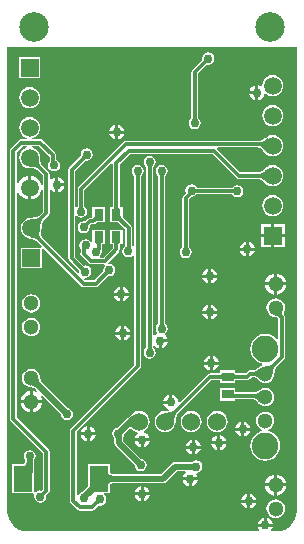
<source format=gtl>
G04*
G04 #@! TF.GenerationSoftware,Altium Limited,Altium Designer,20.2.6 (244)*
G04*
G04 Layer_Physical_Order=1*
G04 Layer_Color=255*
%FSLAX25Y25*%
%MOIN*%
G70*
G04*
G04 #@! TF.SameCoordinates,8F5FEA60-E90C-4FE4-B264-904F0C7A51F9*
G04*
G04*
G04 #@! TF.FilePolarity,Positive*
G04*
G01*
G75*
%ADD14R,0.03937X0.03150*%
%ADD15R,0.06300X0.08700*%
%ADD16R,0.03150X0.03937*%
%ADD17C,0.01200*%
%ADD18C,0.02000*%
%ADD19C,0.06000*%
%ADD20C,0.08858*%
%ADD21C,0.05118*%
%ADD22C,0.05906*%
%ADD23R,0.05906X0.05906*%
%ADD24C,0.03000*%
%ADD25C,0.09843*%
G36*
X627480Y301000D02*
X627481Y300997D01*
X627357Y299736D01*
X626988Y298520D01*
X626389Y297399D01*
X625583Y296417D01*
X624601Y295611D01*
X623480Y295012D01*
X622264Y294643D01*
X621003Y294519D01*
X621000Y294520D01*
X619285D01*
X619018Y295020D01*
X619355Y295525D01*
X619450Y296000D01*
X614550D01*
X614645Y295525D01*
X614982Y295020D01*
X614715Y294520D01*
X537500D01*
X537497Y294519D01*
X536236Y294643D01*
X535020Y295012D01*
X533899Y295611D01*
X532917Y296417D01*
X532111Y297399D01*
X531512Y298520D01*
X531143Y299736D01*
X531019Y300997D01*
X531020Y301000D01*
Y456000D01*
X627480D01*
Y301000D01*
D02*
G37*
%LPC*%
G36*
X598000Y454039D02*
X597220Y453884D01*
X596558Y453442D01*
X596116Y452780D01*
X595961Y452000D01*
X596036Y451622D01*
X592707Y448293D01*
X592464Y447929D01*
X592378Y447500D01*
X592378Y447500D01*
Y432156D01*
X592058Y431942D01*
X591616Y431280D01*
X591461Y430500D01*
X591616Y429720D01*
X592058Y429058D01*
X592720Y428616D01*
X593500Y428461D01*
X594280Y428616D01*
X594942Y429058D01*
X595384Y429720D01*
X595539Y430500D01*
X595384Y431280D01*
X594942Y431942D01*
X594622Y432156D01*
Y447035D01*
X597622Y450036D01*
X598000Y449961D01*
X598780Y450116D01*
X599442Y450558D01*
X599884Y451220D01*
X600039Y452000D01*
X599884Y452780D01*
X599442Y453442D01*
X598780Y453884D01*
X598000Y454039D01*
D02*
G37*
G36*
X541953Y452453D02*
X535047D01*
Y445547D01*
X541953D01*
Y452453D01*
D02*
G37*
G36*
X619500Y446483D02*
X618599Y446364D01*
X617759Y446016D01*
X617037Y445463D01*
X616484Y444741D01*
X616136Y443901D01*
X616017Y443000D01*
X616018Y442999D01*
X615551Y442709D01*
X615184Y442955D01*
X614708Y443049D01*
Y440600D01*
Y438151D01*
X615184Y438245D01*
X616011Y438798D01*
X616563Y439625D01*
X616680Y440211D01*
X616706Y440235D01*
X617226Y440393D01*
X617759Y439984D01*
X618599Y439636D01*
X619500Y439517D01*
X620401Y439636D01*
X621241Y439984D01*
X621962Y440538D01*
X622516Y441259D01*
X622864Y442099D01*
X622983Y443000D01*
X622864Y443901D01*
X622516Y444741D01*
X621962Y445463D01*
X621241Y446016D01*
X620401Y446364D01*
X619500Y446483D01*
D02*
G37*
G36*
X613708Y443049D02*
X613233Y442955D01*
X612406Y442402D01*
X611853Y441575D01*
X611759Y441100D01*
X613708D01*
Y443049D01*
D02*
G37*
G36*
Y440100D02*
X611759D01*
X611853Y439625D01*
X612406Y438798D01*
X613233Y438245D01*
X613708Y438151D01*
Y440100D01*
D02*
G37*
G36*
X538500Y442483D02*
X537599Y442364D01*
X536759Y442016D01*
X536037Y441463D01*
X535484Y440741D01*
X535136Y439901D01*
X535017Y439000D01*
X535136Y438099D01*
X535484Y437259D01*
X536037Y436538D01*
X536759Y435984D01*
X537599Y435636D01*
X538500Y435518D01*
X539401Y435636D01*
X540241Y435984D01*
X540963Y436538D01*
X541516Y437259D01*
X541864Y438099D01*
X541983Y439000D01*
X541864Y439901D01*
X541516Y440741D01*
X540963Y441463D01*
X540241Y442016D01*
X539401Y442364D01*
X538500Y442483D01*
D02*
G37*
G36*
X619500Y436482D02*
X618599Y436364D01*
X617759Y436016D01*
X617037Y435463D01*
X616484Y434741D01*
X616136Y433901D01*
X616017Y433000D01*
X616136Y432099D01*
X616484Y431259D01*
X617037Y430538D01*
X617759Y429984D01*
X618599Y429636D01*
X619500Y429518D01*
X620401Y429636D01*
X621241Y429984D01*
X621962Y430538D01*
X622516Y431259D01*
X622864Y432099D01*
X622983Y433000D01*
X622864Y433901D01*
X622516Y434741D01*
X621962Y435463D01*
X621241Y436016D01*
X620401Y436364D01*
X619500Y436482D01*
D02*
G37*
G36*
X568000Y429950D02*
Y428000D01*
X569949D01*
X569855Y428476D01*
X569302Y429302D01*
X568475Y429855D01*
X568000Y429950D01*
D02*
G37*
G36*
X567000D02*
X566525Y429855D01*
X565698Y429302D01*
X565145Y428476D01*
X565051Y428000D01*
X567000D01*
Y429950D01*
D02*
G37*
G36*
X538500Y432482D02*
X537599Y432364D01*
X536759Y432016D01*
X536037Y431462D01*
X535484Y430741D01*
X535136Y429901D01*
X535017Y429000D01*
X535136Y428099D01*
X535484Y427259D01*
X536037Y426538D01*
X536759Y425984D01*
X537599Y425636D01*
X537709Y425622D01*
X537677Y425122D01*
X535703D01*
X535703Y425122D01*
X535274Y425036D01*
X534910Y424793D01*
X534910Y424793D01*
X532207Y422090D01*
X531964Y421726D01*
X531878Y421297D01*
X531878Y421297D01*
Y332000D01*
X531878Y332000D01*
X531964Y331571D01*
X532207Y331207D01*
X542878Y320535D01*
Y308465D01*
X542378Y307964D01*
X542000Y308039D01*
X541220Y307884D01*
X540558Y307442D01*
X540550Y307430D01*
X540050Y307581D01*
Y316269D01*
X540079Y316340D01*
X540077Y316344D01*
X540079Y316348D01*
X540044Y318186D01*
X540384Y318694D01*
X540539Y319475D01*
X540384Y320255D01*
X539942Y320917D01*
X539280Y321359D01*
X538500Y321514D01*
X537720Y321359D01*
X537058Y320917D01*
X536616Y320255D01*
X536461Y319475D01*
X536616Y318694D01*
X536955Y318188D01*
X536949Y317987D01*
X536923Y317683D01*
X536880Y317428D01*
X536826Y317225D01*
X536765Y317075D01*
X536705Y316977D01*
X536655Y316922D01*
X536614Y316894D01*
X536568Y316878D01*
X536441Y316864D01*
X536415Y316850D01*
X532750D01*
Y307150D01*
X539762D01*
X539882Y307025D01*
X540094Y306668D01*
X539961Y306000D01*
X540116Y305220D01*
X540558Y304558D01*
X541220Y304116D01*
X542000Y303961D01*
X542780Y304116D01*
X543442Y304558D01*
X543884Y305220D01*
X544039Y306000D01*
X543964Y306378D01*
X544793Y307207D01*
X544793Y307207D01*
X545036Y307571D01*
X545122Y308000D01*
X545122Y308000D01*
Y321000D01*
X545122Y321000D01*
X545036Y321429D01*
X544793Y321793D01*
X534122Y332465D01*
Y408144D01*
X534622Y408177D01*
X534649Y407968D01*
X535047Y407007D01*
X535681Y406181D01*
X536507Y405547D01*
X537468Y405149D01*
X538000Y405079D01*
Y409000D01*
Y412921D01*
X537468Y412851D01*
X536507Y412453D01*
X535681Y411819D01*
X535047Y410993D01*
X534649Y410032D01*
X534622Y409824D01*
X534122Y409856D01*
Y420832D01*
X536167Y422878D01*
X537677D01*
X537709Y422378D01*
X537599Y422364D01*
X536759Y422016D01*
X536037Y421462D01*
X535484Y420741D01*
X535136Y419901D01*
X535017Y419000D01*
X535136Y418099D01*
X535484Y417259D01*
X536037Y416538D01*
X536759Y415984D01*
X537599Y415636D01*
X538483Y415520D01*
X538513Y415507D01*
X539264Y415483D01*
X539576Y415450D01*
X539866Y415403D01*
X540125Y415343D01*
X540355Y415271D01*
X540555Y415189D01*
X540726Y415098D01*
X540870Y415000D01*
X541016Y414872D01*
X541055Y414858D01*
X542878Y413035D01*
Y409856D01*
X542378Y409824D01*
X542351Y410032D01*
X541953Y410993D01*
X541319Y411819D01*
X540493Y412453D01*
X539532Y412851D01*
X539000Y412921D01*
Y409000D01*
Y405079D01*
X539532Y405149D01*
X540493Y405547D01*
X541319Y406181D01*
X541953Y407007D01*
X542351Y407968D01*
X542378Y408177D01*
X542878Y408144D01*
Y400965D01*
X541555Y399641D01*
X541516Y399628D01*
X541370Y399500D01*
X541226Y399402D01*
X541055Y399311D01*
X540855Y399229D01*
X540625Y399157D01*
X540366Y399097D01*
X540083Y399051D01*
X539404Y398998D01*
X539024Y398994D01*
X538997Y398982D01*
X538099Y398864D01*
X537259Y398516D01*
X536538Y397962D01*
X535984Y397241D01*
X535636Y396401D01*
X535518Y395500D01*
X535636Y394599D01*
X535984Y393759D01*
X536538Y393038D01*
X537259Y392484D01*
X538099Y392136D01*
X538154Y392129D01*
X538192Y392101D01*
X538192Y392101D01*
X538192Y392101D01*
X538192D01*
X538612Y391997D01*
X539351Y391784D01*
X539956Y391566D01*
X540198Y391460D01*
X540409Y391354D01*
X540583Y391251D01*
X540718Y391155D01*
X540842Y391045D01*
X540882Y391031D01*
X542467Y389447D01*
X542254Y388953D01*
X542035Y388953D01*
X535547D01*
Y382047D01*
X542453D01*
Y388502D01*
X542453Y388754D01*
X542947Y388967D01*
X555707Y376207D01*
X555707Y376207D01*
X556071Y375964D01*
X556500Y375878D01*
X556500Y375879D01*
X560500D01*
X560500Y375878D01*
X560929Y375964D01*
X561293Y376207D01*
X564622Y379536D01*
X565000Y379461D01*
X565780Y379616D01*
X566442Y380058D01*
X566884Y380720D01*
X567039Y381500D01*
X566884Y382280D01*
X566442Y382942D01*
X565780Y383384D01*
X565000Y383539D01*
X564791Y383498D01*
X564544Y383958D01*
X568183Y387597D01*
X568183Y387597D01*
X568426Y387961D01*
X568511Y388390D01*
X568511Y388390D01*
Y389286D01*
X568531Y389329D01*
X568536Y389543D01*
X568551Y389712D01*
X568574Y389848D01*
X568600Y389947D01*
X568625Y390009D01*
X568629Y390015D01*
X568647Y390017D01*
X568673Y390032D01*
X569465D01*
Y394969D01*
X565315D01*
Y390032D01*
X566107D01*
X566133Y390017D01*
X566151Y390015D01*
X566154Y390009D01*
X566180Y389947D01*
X566206Y389848D01*
X566228Y389712D01*
X566243Y389543D01*
X566249Y389329D01*
X566268Y389286D01*
Y388854D01*
X563035Y385622D01*
X562039D01*
X561887Y386122D01*
X561942Y386158D01*
X562384Y386820D01*
X562539Y387600D01*
X562465Y387972D01*
X562520Y388055D01*
X562606Y388484D01*
X562606Y388484D01*
Y389286D01*
X562625Y389329D01*
X562631Y389543D01*
X562646Y389712D01*
X562668Y389848D01*
X562695Y389947D01*
X562720Y390009D01*
X562723Y390015D01*
X562741Y390017D01*
X562767Y390032D01*
X563559D01*
Y394969D01*
X559409D01*
Y390796D01*
X558909Y390645D01*
X558557Y391173D01*
X557895Y391615D01*
X557115Y391770D01*
X556334Y391615D01*
X555673Y391173D01*
X555231Y390511D01*
X555076Y389731D01*
X555231Y388950D01*
X555634Y388346D01*
X555629Y388212D01*
X555631Y388208D01*
X555629Y388204D01*
X555649Y388154D01*
Y387706D01*
X555464Y387429D01*
X555378Y387000D01*
X555464Y386571D01*
X555707Y386207D01*
X558207Y383707D01*
X558571Y383464D01*
X559000Y383378D01*
X559000Y383379D01*
X563311D01*
X563451Y383131D01*
X563522Y382887D01*
X563116Y382280D01*
X562961Y381500D01*
X563036Y381122D01*
X560035Y378121D01*
X556965D01*
X556544Y378542D01*
X556791Y379002D01*
X557000Y378961D01*
X557780Y379116D01*
X558442Y379558D01*
X558884Y380220D01*
X559039Y381000D01*
X558884Y381780D01*
X558442Y382442D01*
X557780Y382884D01*
X557000Y383039D01*
X556622Y382964D01*
X553622Y385965D01*
Y399461D01*
X554122Y399613D01*
X554158Y399558D01*
X554820Y399116D01*
X555600Y398961D01*
X556380Y399116D01*
X557042Y399558D01*
X557484Y400220D01*
X557639Y401000D01*
X557484Y401780D01*
X557042Y402442D01*
X556722Y402656D01*
Y408135D01*
X565780Y417194D01*
X565946Y417164D01*
X566268Y416975D01*
Y403214D01*
X566249Y403171D01*
X566243Y402957D01*
X566228Y402788D01*
X566206Y402652D01*
X566180Y402553D01*
X566154Y402491D01*
X566151Y402485D01*
X566133Y402483D01*
X566107Y402468D01*
X565315D01*
Y397532D01*
X567134D01*
X567171Y397509D01*
X567214Y397519D01*
X567255Y397502D01*
X567326Y397532D01*
X567697D01*
X567781Y397484D01*
X567935Y397376D01*
X568343Y397031D01*
X568577Y396806D01*
X568622Y396788D01*
X570378Y395031D01*
Y389523D01*
X569958Y389242D01*
X569516Y388580D01*
X569361Y387800D01*
X569516Y387020D01*
X569958Y386358D01*
X570620Y385916D01*
X571400Y385761D01*
X572180Y385916D01*
X572842Y386358D01*
X572878Y386413D01*
X573378Y386261D01*
Y349965D01*
X552207Y328793D01*
X551964Y328429D01*
X551878Y328000D01*
X551878Y328000D01*
Y304616D01*
X551878Y304616D01*
X551964Y304187D01*
X552207Y303823D01*
X554423Y301607D01*
X554423Y301607D01*
X554787Y301364D01*
X555216Y301278D01*
X559370D01*
X559370Y301278D01*
X559799Y301364D01*
X560163Y301607D01*
X561627Y303071D01*
X562005Y302995D01*
X562785Y303151D01*
X563447Y303593D01*
X563889Y304254D01*
X564044Y305035D01*
X563889Y305815D01*
X563447Y306477D01*
X563187Y306650D01*
X563339Y307150D01*
X565250D01*
Y309917D01*
X565264Y309943D01*
X565278Y310069D01*
X565294Y310115D01*
X565321Y310156D01*
X565375Y310206D01*
X565473Y310265D01*
X565623Y310326D01*
X565826Y310380D01*
X566082Y310423D01*
X566387Y310449D01*
X566752Y310459D01*
X566778Y310471D01*
X583000D01*
X583585Y310587D01*
X584081Y310919D01*
X587634Y314471D01*
X590298D01*
X590449Y313971D01*
X590198Y313802D01*
X589645Y312976D01*
X589550Y312500D01*
X594450D01*
X594355Y312976D01*
X594013Y313487D01*
X594263Y314013D01*
X594780Y314116D01*
X595442Y314558D01*
X595884Y315220D01*
X596039Y316000D01*
X595884Y316780D01*
X595442Y317442D01*
X594780Y317884D01*
X594000Y318039D01*
X593220Y317884D01*
X592689Y317529D01*
X587000D01*
X586415Y317413D01*
X585919Y317081D01*
X582367Y313529D01*
X566778D01*
X566752Y313541D01*
X566387Y313551D01*
X566082Y313577D01*
X565826Y313620D01*
X565623Y313674D01*
X565473Y313735D01*
X565375Y313794D01*
X565321Y313844D01*
X565294Y313885D01*
X565278Y313931D01*
X565264Y314057D01*
X565250Y314083D01*
Y316850D01*
X557950D01*
Y310593D01*
X557940Y310576D01*
X557950Y310532D01*
Y310532D01*
X557933Y310490D01*
X557950Y310449D01*
Y309618D01*
X557840Y309426D01*
X557640Y309141D01*
X557043Y308436D01*
X556659Y308038D01*
X556648Y308011D01*
X556096Y307459D01*
X555720Y307384D01*
X555058Y306942D01*
X554616Y306280D01*
X554122Y306357D01*
Y327535D01*
X575293Y348707D01*
X575293Y348707D01*
X575536Y349071D01*
X575622Y349500D01*
X575622Y349500D01*
Y412844D01*
X575942Y413058D01*
X576384Y413720D01*
X576539Y414500D01*
X576384Y415280D01*
X575942Y415942D01*
X575280Y416384D01*
X574500Y416539D01*
X573720Y416384D01*
X573058Y415942D01*
X572616Y415280D01*
X572461Y414500D01*
X572616Y413720D01*
X573058Y413058D01*
X573378Y412844D01*
Y389614D01*
X572878Y389380D01*
X572622Y389574D01*
Y395496D01*
X572622Y395496D01*
X572536Y395925D01*
X572293Y396289D01*
X570214Y398368D01*
X570198Y398412D01*
X569770Y398872D01*
X569624Y399055D01*
X569512Y399215D01*
X569465Y399299D01*
Y399670D01*
X569494Y399741D01*
X569477Y399782D01*
X569487Y399825D01*
X569465Y399862D01*
Y402468D01*
X568673D01*
X568647Y402483D01*
X568629Y402485D01*
X568625Y402491D01*
X568600Y402553D01*
X568574Y402652D01*
X568551Y402788D01*
X568536Y402957D01*
X568531Y403171D01*
X568511Y403214D01*
Y416641D01*
X572049Y420178D01*
X599507D01*
X607478Y412207D01*
X607478Y412207D01*
X607842Y411964D01*
X608271Y411878D01*
X614765D01*
X614802Y411860D01*
X614996Y411847D01*
X615167Y411815D01*
X615352Y411758D01*
X615551Y411675D01*
X615765Y411563D01*
X615991Y411422D01*
X616223Y411255D01*
X616741Y410812D01*
X617013Y410547D01*
X617040Y410535D01*
X617759Y409984D01*
X618599Y409636D01*
X619500Y409517D01*
X620401Y409636D01*
X621241Y409984D01*
X621962Y410537D01*
X622516Y411259D01*
X622864Y412099D01*
X622983Y413000D01*
X622864Y413901D01*
X622516Y414741D01*
X621962Y415462D01*
X621241Y416016D01*
X620401Y416364D01*
X619500Y416482D01*
X618599Y416364D01*
X617759Y416016D01*
X617051Y415473D01*
X617021Y415461D01*
X616473Y414947D01*
X616229Y414749D01*
X615991Y414578D01*
X615765Y414437D01*
X615552Y414325D01*
X615352Y414242D01*
X615167Y414185D01*
X614996Y414153D01*
X614802Y414140D01*
X614765Y414122D01*
X608736D01*
X600979Y421878D01*
X601186Y422378D01*
X614666D01*
X614684Y422367D01*
X614714Y422374D01*
X614742Y422360D01*
X614945Y422346D01*
X615114Y422313D01*
X615285Y422255D01*
X615462Y422171D01*
X615645Y422058D01*
X615834Y421915D01*
X616027Y421739D01*
X616224Y421530D01*
X616425Y421288D01*
X616635Y421000D01*
X616724Y420947D01*
X617037Y420538D01*
X617759Y419984D01*
X618599Y419636D01*
X619500Y419518D01*
X620401Y419636D01*
X621241Y419984D01*
X621962Y420538D01*
X622516Y421259D01*
X622864Y422099D01*
X622983Y423000D01*
X622864Y423901D01*
X622516Y424741D01*
X621962Y425462D01*
X621241Y426016D01*
X620401Y426364D01*
X619500Y426482D01*
X618599Y426364D01*
X617759Y426016D01*
X617552Y425857D01*
X617461Y425837D01*
X617459Y425836D01*
X617459Y425836D01*
X617459Y425836D01*
X617117Y425596D01*
X616801Y425388D01*
X616209Y425042D01*
X615952Y424915D01*
X615711Y424811D01*
X615493Y424733D01*
X615299Y424681D01*
X615131Y424651D01*
X614954Y424640D01*
X614916Y424622D01*
X570500D01*
X570071Y424536D01*
X569707Y424293D01*
X569707Y424293D01*
X554807Y409393D01*
X554564Y409029D01*
X554478Y408600D01*
X554478Y408600D01*
Y402692D01*
X554085Y402398D01*
X553622Y402539D01*
Y414535D01*
X557122Y418036D01*
X557500Y417961D01*
X558280Y418116D01*
X558942Y418558D01*
X559384Y419220D01*
X559539Y420000D01*
X559384Y420780D01*
X558942Y421442D01*
X558280Y421884D01*
X557500Y422039D01*
X556720Y421884D01*
X556058Y421442D01*
X555616Y420780D01*
X555461Y420000D01*
X555536Y419622D01*
X551707Y415793D01*
X551464Y415429D01*
X551378Y415000D01*
X551378Y415000D01*
Y385500D01*
X551378Y385500D01*
X551464Y385071D01*
X551707Y384707D01*
X555036Y381378D01*
X554961Y381000D01*
X555002Y380791D01*
X554542Y380544D01*
X542729Y392357D01*
X542728Y392362D01*
X542711Y392375D01*
X542684Y392402D01*
X542671Y392442D01*
X542534Y392598D01*
X542440Y392739D01*
X542364Y392896D01*
X542305Y393073D01*
X542264Y393271D01*
X542242Y393494D01*
X542242Y393741D01*
X542264Y394013D01*
X542312Y394309D01*
X542387Y394645D01*
X542378Y394703D01*
X542480Y395483D01*
X542493Y395513D01*
X542517Y396264D01*
X542550Y396576D01*
X542597Y396866D01*
X542657Y397125D01*
X542729Y397355D01*
X542811Y397555D01*
X542902Y397726D01*
X543000Y397870D01*
X543128Y398016D01*
X543142Y398055D01*
X544793Y399707D01*
X544793Y399707D01*
X545036Y400071D01*
X545122Y400500D01*
X545122Y400500D01*
Y408160D01*
X545622Y408311D01*
X545698Y408198D01*
X546524Y407645D01*
X547000Y407550D01*
Y410000D01*
Y412450D01*
X546524Y412355D01*
X545698Y411802D01*
X545622Y411689D01*
X545122Y411840D01*
Y413500D01*
X545036Y413929D01*
X544793Y414293D01*
X544793Y414293D01*
X542641Y416445D01*
X542628Y416484D01*
X542500Y416630D01*
X542402Y416774D01*
X542311Y416945D01*
X542229Y417145D01*
X542157Y417375D01*
X542097Y417634D01*
X542051Y417917D01*
X541998Y418596D01*
X541994Y418976D01*
X541982Y419003D01*
X541864Y419901D01*
X541516Y420741D01*
X540963Y421462D01*
X540241Y422016D01*
X539401Y422364D01*
X539291Y422378D01*
X539323Y422878D01*
X541535D01*
X545178Y419235D01*
Y417856D01*
X545158Y417842D01*
X544716Y417180D01*
X544561Y416400D01*
X544716Y415620D01*
X545158Y414958D01*
X545820Y414516D01*
X546600Y414361D01*
X547380Y414516D01*
X548042Y414958D01*
X548484Y415620D01*
X548639Y416400D01*
X548484Y417180D01*
X548042Y417842D01*
X547422Y418256D01*
Y419700D01*
X547422Y419700D01*
X547336Y420129D01*
X547093Y420493D01*
X547093Y420493D01*
X542793Y424793D01*
X542429Y425036D01*
X542000Y425122D01*
X542000Y425122D01*
X539323D01*
X539291Y425622D01*
X539401Y425636D01*
X540241Y425984D01*
X540963Y426538D01*
X541516Y427259D01*
X541864Y428099D01*
X541983Y429000D01*
X541864Y429901D01*
X541516Y430741D01*
X540963Y431462D01*
X540241Y432016D01*
X539401Y432364D01*
X538500Y432482D01*
D02*
G37*
G36*
X569949Y427000D02*
X568000D01*
Y425050D01*
X568475Y425145D01*
X569302Y425698D01*
X569855Y426524D01*
X569949Y427000D01*
D02*
G37*
G36*
X567000D02*
X565051D01*
X565145Y426524D01*
X565698Y425698D01*
X566525Y425145D01*
X567000Y425050D01*
Y427000D01*
D02*
G37*
G36*
X548000Y412450D02*
Y410500D01*
X549950D01*
X549855Y410976D01*
X549302Y411802D01*
X548476Y412355D01*
X548000Y412450D01*
D02*
G37*
G36*
X549950Y409500D02*
X548000D01*
Y407550D01*
X548476Y407645D01*
X549302Y408198D01*
X549855Y409024D01*
X549950Y409500D01*
D02*
G37*
G36*
X592461Y410039D02*
X591680Y409884D01*
X591019Y409442D01*
X590577Y408780D01*
X590421Y408000D01*
X590577Y407220D01*
X590579Y407217D01*
X589707Y406345D01*
X589464Y405981D01*
X589378Y405552D01*
X589378Y405552D01*
Y389156D01*
X589058Y388942D01*
X588616Y388280D01*
X588461Y387500D01*
X588616Y386720D01*
X589058Y386058D01*
X589720Y385616D01*
X590500Y385461D01*
X591280Y385616D01*
X591942Y386058D01*
X592384Y386720D01*
X592539Y387500D01*
X592384Y388280D01*
X591942Y388942D01*
X591622Y389156D01*
Y405088D01*
X592503Y405969D01*
X593241Y406116D01*
X593902Y406558D01*
X594041Y406765D01*
X605995D01*
X606285Y406332D01*
X606946Y405890D01*
X607726Y405734D01*
X608507Y405890D01*
X609168Y406332D01*
X609610Y406993D01*
X609766Y407774D01*
X609610Y408554D01*
X609168Y409215D01*
X608507Y409658D01*
X607726Y409813D01*
X606946Y409658D01*
X606285Y409215D01*
X606146Y409008D01*
X594192D01*
X593902Y409442D01*
X593241Y409884D01*
X592461Y410039D01*
D02*
G37*
G36*
X619500Y406483D02*
X618599Y406364D01*
X617759Y406016D01*
X617037Y405463D01*
X616484Y404741D01*
X616136Y403901D01*
X616017Y403000D01*
X616136Y402099D01*
X616484Y401259D01*
X617037Y400537D01*
X617759Y399984D01*
X618599Y399636D01*
X619500Y399517D01*
X620401Y399636D01*
X621241Y399984D01*
X621962Y400537D01*
X622516Y401259D01*
X622864Y402099D01*
X622983Y403000D01*
X622864Y403901D01*
X622516Y404741D01*
X621962Y405463D01*
X621241Y406016D01*
X620401Y406364D01*
X619500Y406483D01*
D02*
G37*
G36*
X563559Y402468D02*
X559409D01*
Y399118D01*
X559258Y398966D01*
X558594D01*
X558165Y398881D01*
X557801Y398638D01*
X557801Y398637D01*
X556878Y397714D01*
X556500Y397789D01*
X555720Y397634D01*
X555058Y397192D01*
X554616Y396530D01*
X554461Y395750D01*
X554616Y394970D01*
X555058Y394308D01*
X555720Y393866D01*
X556500Y393711D01*
X557280Y393866D01*
X557942Y394308D01*
X558384Y394970D01*
X558539Y395750D01*
X558464Y396128D01*
X559059Y396723D01*
X559722D01*
X559722Y396723D01*
X560151Y396808D01*
X560515Y397051D01*
X560995Y397532D01*
X563559D01*
Y402468D01*
D02*
G37*
G36*
X623453Y396953D02*
X620000D01*
Y393500D01*
X623453D01*
Y396953D01*
D02*
G37*
G36*
X619000D02*
X615547D01*
Y393500D01*
X619000D01*
Y396953D01*
D02*
G37*
G36*
X623453Y392500D02*
X620000D01*
Y389047D01*
X623453D01*
Y392500D01*
D02*
G37*
G36*
X619000D02*
X615547D01*
Y389047D01*
X619000D01*
Y392500D01*
D02*
G37*
G36*
X611500Y390950D02*
Y389000D01*
X613449D01*
X613355Y389475D01*
X612802Y390302D01*
X611975Y390855D01*
X611500Y390950D01*
D02*
G37*
G36*
X610500D02*
X610024Y390855D01*
X609198Y390302D01*
X608645Y389475D01*
X608551Y389000D01*
X610500D01*
Y390950D01*
D02*
G37*
G36*
X613449Y388000D02*
X611500D01*
Y386051D01*
X611975Y386145D01*
X612802Y386698D01*
X613355Y387525D01*
X613449Y388000D01*
D02*
G37*
G36*
X610500D02*
X608551D01*
X608645Y387525D01*
X609198Y386698D01*
X610024Y386145D01*
X610500Y386051D01*
Y388000D01*
D02*
G37*
G36*
X599000Y381949D02*
Y380000D01*
X600949D01*
X600855Y380475D01*
X600302Y381302D01*
X599475Y381855D01*
X599000Y381949D01*
D02*
G37*
G36*
X598000D02*
X597524Y381855D01*
X596698Y381302D01*
X596145Y380475D01*
X596051Y380000D01*
X598000D01*
Y381949D01*
D02*
G37*
G36*
X621000Y380398D02*
Y377374D01*
X624024D01*
X623967Y377803D01*
X623609Y378669D01*
X623038Y379412D01*
X622295Y379983D01*
X621429Y380341D01*
X621000Y380398D01*
D02*
G37*
G36*
X620000D02*
X619571Y380341D01*
X618705Y379983D01*
X617962Y379412D01*
X617391Y378669D01*
X617033Y377803D01*
X616976Y377374D01*
X620000D01*
Y380398D01*
D02*
G37*
G36*
X600949Y379000D02*
X599000D01*
Y377050D01*
X599475Y377145D01*
X600302Y377698D01*
X600855Y378524D01*
X600949Y379000D01*
D02*
G37*
G36*
X598000D02*
X596051D01*
X596145Y378524D01*
X596698Y377698D01*
X597524Y377145D01*
X598000Y377050D01*
Y379000D01*
D02*
G37*
G36*
X569500Y375950D02*
Y374000D01*
X571450D01*
X571355Y374476D01*
X570802Y375302D01*
X569976Y375855D01*
X569500Y375950D01*
D02*
G37*
G36*
X568500D02*
X568024Y375855D01*
X567198Y375302D01*
X566645Y374476D01*
X566550Y374000D01*
X568500D01*
Y375950D01*
D02*
G37*
G36*
X624024Y376374D02*
X621000D01*
Y373350D01*
X621429Y373407D01*
X622295Y373765D01*
X623038Y374336D01*
X623609Y375079D01*
X623967Y375945D01*
X624024Y376374D01*
D02*
G37*
G36*
X620000D02*
X616976D01*
X617033Y375945D01*
X617391Y375079D01*
X617962Y374336D01*
X618705Y373765D01*
X619571Y373407D01*
X620000Y373350D01*
Y376374D01*
D02*
G37*
G36*
X571450Y373000D02*
X569500D01*
Y371051D01*
X569976Y371145D01*
X570802Y371698D01*
X571355Y372524D01*
X571450Y373000D01*
D02*
G37*
G36*
X568500D02*
X566550D01*
X566645Y372524D01*
X567198Y371698D01*
X568024Y371145D01*
X568500Y371051D01*
Y373000D01*
D02*
G37*
G36*
X599000Y369950D02*
Y368000D01*
X600949D01*
X600855Y368476D01*
X600302Y369302D01*
X599475Y369855D01*
X599000Y369950D01*
D02*
G37*
G36*
X598000D02*
X597524Y369855D01*
X596698Y369302D01*
X596145Y368476D01*
X596051Y368000D01*
X598000D01*
Y369950D01*
D02*
G37*
G36*
X539000Y373460D02*
X538201Y373354D01*
X537457Y373046D01*
X536818Y372556D01*
X536328Y371917D01*
X536020Y371173D01*
X535915Y370374D01*
X536020Y369575D01*
X536328Y368831D01*
X536818Y368192D01*
X537457Y367702D01*
X538201Y367394D01*
X539000Y367288D01*
X539799Y367394D01*
X540543Y367702D01*
X541182Y368192D01*
X541672Y368831D01*
X541980Y369575D01*
X542086Y370374D01*
X541980Y371173D01*
X541672Y371917D01*
X541182Y372556D01*
X540543Y373046D01*
X539799Y373354D01*
X539000Y373460D01*
D02*
G37*
G36*
X600949Y367000D02*
X599000D01*
Y365051D01*
X599475Y365145D01*
X600302Y365698D01*
X600855Y366525D01*
X600949Y367000D01*
D02*
G37*
G36*
X598000D02*
X596051D01*
X596145Y366525D01*
X596698Y365698D01*
X597524Y365145D01*
X598000Y365051D01*
Y367000D01*
D02*
G37*
G36*
X570000Y362949D02*
Y361000D01*
X571949D01*
X571855Y361475D01*
X571302Y362302D01*
X570475Y362855D01*
X570000Y362949D01*
D02*
G37*
G36*
X569000D02*
X568525Y362855D01*
X567698Y362302D01*
X567145Y361475D01*
X567051Y361000D01*
X569000D01*
Y362949D01*
D02*
G37*
G36*
X539000Y365585D02*
X538201Y365480D01*
X537457Y365172D01*
X536818Y364682D01*
X536328Y364043D01*
X536020Y363299D01*
X535915Y362500D01*
X536020Y361701D01*
X536328Y360957D01*
X536818Y360318D01*
X537457Y359828D01*
X538201Y359520D01*
X539000Y359415D01*
X539799Y359520D01*
X540543Y359828D01*
X541182Y360318D01*
X541672Y360957D01*
X541980Y361701D01*
X542086Y362500D01*
X541980Y363299D01*
X541672Y364043D01*
X541182Y364682D01*
X540543Y365172D01*
X539799Y365480D01*
X539000Y365585D01*
D02*
G37*
G36*
X620500Y372085D02*
X619701Y371980D01*
X618957Y371672D01*
X618318Y371182D01*
X617828Y370543D01*
X617520Y369799D01*
X617415Y369000D01*
X617520Y368201D01*
X617828Y367457D01*
X618318Y366818D01*
X618957Y366328D01*
X619701Y366020D01*
X620104Y365967D01*
X620147Y365931D01*
X620197Y365936D01*
X620240Y365911D01*
X620398Y365892D01*
X620532Y365863D01*
X620669Y365822D01*
X620810Y365766D01*
X620954Y365696D01*
X621101Y365610D01*
X621245Y365513D01*
X621408Y365381D01*
Y358442D01*
X620908Y358272D01*
X620515Y358783D01*
X619486Y359573D01*
X618287Y360070D01*
X617000Y360240D01*
X615713Y360070D01*
X614514Y359573D01*
X613484Y358783D01*
X612694Y357754D01*
X612198Y356555D01*
X612028Y355268D01*
X612198Y353981D01*
X612694Y352782D01*
X613484Y351752D01*
X614514Y350962D01*
X615713Y350465D01*
X615981Y350430D01*
X616049Y349917D01*
X615457Y349672D01*
X614836Y349195D01*
X614795Y349179D01*
X614572Y348962D01*
X614364Y348778D01*
X614162Y348619D01*
X613968Y348485D01*
X613782Y348374D01*
X613604Y348287D01*
X613435Y348221D01*
X613275Y348176D01*
X613123Y348150D01*
X612946Y348140D01*
X612907Y348122D01*
X612000D01*
X611571Y348036D01*
X611207Y347793D01*
X611207Y347793D01*
X610535Y347122D01*
X607714D01*
X607671Y347141D01*
X607457Y347147D01*
X607288Y347161D01*
X607152Y347184D01*
X607053Y347210D01*
X606991Y347235D01*
X606985Y347239D01*
X606983Y347257D01*
X606968Y347283D01*
Y348028D01*
X602032D01*
Y347236D01*
X602017Y347210D01*
X602015Y347192D01*
X602009Y347188D01*
X601947Y347163D01*
X601848Y347136D01*
X601712Y347114D01*
X601543Y347099D01*
X601329Y347094D01*
X601286Y347074D01*
X598620D01*
X598190Y346989D01*
X597826Y346746D01*
X597826Y346746D01*
X588505Y337424D01*
X588020Y337646D01*
X587855Y338475D01*
X587302Y339302D01*
X586476Y339855D01*
X586000Y339949D01*
Y337500D01*
X585500D01*
Y337000D01*
X583050D01*
X583145Y336525D01*
X583698Y335698D01*
X584524Y335145D01*
X584748Y335101D01*
X584775Y334599D01*
X584080Y334545D01*
X583691Y334541D01*
X583666Y334530D01*
X582753Y334410D01*
X581902Y334057D01*
X581170Y333496D01*
X580609Y332765D01*
X580257Y331914D01*
X580136Y331000D01*
X580257Y330086D01*
X580609Y329235D01*
X581170Y328504D01*
X581902Y327943D01*
X582753Y327590D01*
X583667Y327470D01*
X584580Y327590D01*
X585432Y327943D01*
X586163Y328504D01*
X586724Y329235D01*
X587077Y330086D01*
X587195Y330986D01*
X587207Y331013D01*
X587231Y331782D01*
X587264Y332102D01*
X587312Y332398D01*
X587373Y332664D01*
X587446Y332898D01*
X587529Y333103D01*
X587621Y333277D01*
X587720Y333423D01*
X587849Y333570D01*
X587862Y333610D01*
X599084Y344831D01*
X601286D01*
X601329Y344812D01*
X601543Y344806D01*
X601712Y344791D01*
X601848Y344769D01*
X601947Y344742D01*
X602009Y344717D01*
X602015Y344714D01*
X602017Y344696D01*
X602032Y344670D01*
Y343878D01*
X606968D01*
Y344717D01*
X606983Y344743D01*
X606985Y344761D01*
X606991Y344765D01*
X607053Y344790D01*
X607152Y344816D01*
X607288Y344839D01*
X607457Y344853D01*
X607671Y344859D01*
X607714Y344879D01*
X611000D01*
X611000Y344878D01*
X611429Y344964D01*
X611793Y345207D01*
X612465Y345879D01*
X612907D01*
X612946Y345860D01*
X613123Y345849D01*
X613275Y345824D01*
X613435Y345779D01*
X613604Y345713D01*
X613782Y345626D01*
X613968Y345515D01*
X614156Y345385D01*
X614577Y345033D01*
X614795Y344821D01*
X614836Y344805D01*
X615457Y344328D01*
X616201Y344020D01*
X617000Y343915D01*
X617799Y344020D01*
X618543Y344328D01*
X619182Y344818D01*
X619672Y345457D01*
X619980Y346201D01*
X620083Y346978D01*
X620100Y347019D01*
X620104Y347330D01*
X620121Y347607D01*
X620151Y347862D01*
X620194Y348094D01*
X620247Y348304D01*
X620311Y348491D01*
X620384Y348657D01*
X620466Y348802D01*
X620555Y348928D01*
X620673Y349061D01*
X620687Y349101D01*
X623322Y351736D01*
X623322Y351736D01*
X623565Y352100D01*
X623651Y352529D01*
Y365911D01*
X623651Y365911D01*
X623565Y366340D01*
X623387Y366607D01*
X623353Y366700D01*
X623252Y366811D01*
X623189Y366896D01*
X623146Y366972D01*
X623119Y367039D01*
X623104Y367099D01*
X623099Y367158D01*
X623103Y367219D01*
X623118Y367289D01*
X623147Y367370D01*
X623206Y367489D01*
X623210Y367536D01*
X623240Y367573D01*
X623236Y367612D01*
X623480Y368201D01*
X623586Y369000D01*
X623480Y369799D01*
X623172Y370543D01*
X622682Y371182D01*
X622043Y371672D01*
X621299Y371980D01*
X620500Y372085D01*
D02*
G37*
G36*
X571949Y360000D02*
X570000D01*
Y358050D01*
X570475Y358145D01*
X571302Y358698D01*
X571855Y359524D01*
X571949Y360000D01*
D02*
G37*
G36*
X569000D02*
X567051D01*
X567145Y359524D01*
X567698Y358698D01*
X568525Y358145D01*
X569000Y358050D01*
Y360000D01*
D02*
G37*
G36*
X584449Y357500D02*
X582500D01*
Y355551D01*
X582975Y355645D01*
X583802Y356198D01*
X584355Y357025D01*
X584449Y357500D01*
D02*
G37*
G36*
X578500Y419539D02*
X577720Y419384D01*
X577058Y418942D01*
X576616Y418280D01*
X576461Y417500D01*
X576616Y416720D01*
X577058Y416058D01*
X577378Y415844D01*
Y355656D01*
X577058Y355442D01*
X576616Y354780D01*
X576461Y354000D01*
X576616Y353220D01*
X577058Y352558D01*
X577720Y352116D01*
X578500Y351961D01*
X579280Y352116D01*
X579942Y352558D01*
X580384Y353220D01*
X580539Y354000D01*
X580384Y354780D01*
X579942Y355442D01*
X579622Y355656D01*
Y356160D01*
X580122Y356311D01*
X580198Y356198D01*
X581025Y355645D01*
X581500Y355551D01*
Y358000D01*
X582000D01*
Y358500D01*
X584449D01*
X584355Y358976D01*
X583802Y359802D01*
X583681Y359884D01*
Y360384D01*
X583942Y360558D01*
X584384Y361220D01*
X584539Y362000D01*
X584384Y362780D01*
X583942Y363442D01*
X583622Y363656D01*
Y412844D01*
X583942Y413058D01*
X584384Y413720D01*
X584539Y414500D01*
X584384Y415280D01*
X583942Y415942D01*
X583280Y416384D01*
X582500Y416539D01*
X581720Y416384D01*
X581058Y415942D01*
X580616Y415280D01*
X580461Y414500D01*
X580616Y413720D01*
X581058Y413058D01*
X581378Y412844D01*
Y363656D01*
X581058Y363442D01*
X580616Y362780D01*
X580461Y362000D01*
X580616Y361220D01*
X580885Y360817D01*
X580990Y360471D01*
X580757Y360176D01*
X580198Y359802D01*
X580122Y359689D01*
X579622Y359840D01*
Y415844D01*
X579942Y416058D01*
X580384Y416720D01*
X580539Y417500D01*
X580384Y418280D01*
X579942Y418942D01*
X579280Y419384D01*
X578500Y419539D01*
D02*
G37*
G36*
X599500Y352950D02*
Y351000D01*
X601449D01*
X601355Y351476D01*
X600802Y352302D01*
X599975Y352855D01*
X599500Y352950D01*
D02*
G37*
G36*
X598500D02*
X598025Y352855D01*
X597198Y352302D01*
X596645Y351476D01*
X596551Y351000D01*
X598500D01*
Y352950D01*
D02*
G37*
G36*
X601449Y350000D02*
X599500D01*
Y348050D01*
X599975Y348145D01*
X600802Y348698D01*
X601355Y349524D01*
X601449Y350000D01*
D02*
G37*
G36*
X598500D02*
X596551D01*
X596645Y349524D01*
X597198Y348698D01*
X598025Y348145D01*
X598500Y348050D01*
Y350000D01*
D02*
G37*
G36*
X617000Y342212D02*
X616201Y342106D01*
X615457Y341798D01*
X615306Y341682D01*
X615220Y341664D01*
X614940Y341473D01*
X614685Y341312D01*
X614196Y341040D01*
X613983Y340942D01*
X613780Y340861D01*
X613593Y340800D01*
X613423Y340759D01*
X613271Y340736D01*
X613106Y340727D01*
X613067Y340708D01*
X607714D01*
X607671Y340728D01*
X607457Y340733D01*
X607289Y340748D01*
X607154Y340770D01*
X607054Y340797D01*
X606992Y340822D01*
X606985Y340827D01*
X606982Y340846D01*
X606968Y340872D01*
Y342122D01*
X602032D01*
Y337972D01*
X606345D01*
X606389Y337947D01*
X606425Y337957D01*
X606459Y337943D01*
X606529Y337972D01*
X606968D01*
Y338362D01*
X607036Y338385D01*
X607132Y338406D01*
X607463Y338441D01*
X607668Y338445D01*
X607713Y338465D01*
X612793D01*
X612809Y338455D01*
X612845Y338462D01*
X612877Y338446D01*
X613061Y338435D01*
X613209Y338408D01*
X613356Y338363D01*
X613504Y338297D01*
X613653Y338210D01*
X613805Y338099D01*
X613960Y337962D01*
X614117Y337799D01*
X614274Y337608D01*
X614441Y337376D01*
X614528Y337323D01*
X614818Y336944D01*
X615457Y336454D01*
X616201Y336146D01*
X617000Y336040D01*
X617799Y336146D01*
X618543Y336454D01*
X619182Y336944D01*
X619672Y337583D01*
X619980Y338327D01*
X620085Y339126D01*
X619980Y339925D01*
X619672Y340669D01*
X619182Y341308D01*
X618543Y341798D01*
X617799Y342106D01*
X617000Y342212D01*
D02*
G37*
G36*
X539000Y348585D02*
X538201Y348480D01*
X537457Y348172D01*
X536818Y347682D01*
X536328Y347043D01*
X536020Y346299D01*
X535915Y345500D01*
X536020Y344701D01*
X536328Y343957D01*
X536818Y343318D01*
X537457Y342828D01*
X538201Y342520D01*
X538910Y342426D01*
X538966Y342400D01*
X539163Y342391D01*
X539333Y342369D01*
X539500Y342333D01*
X539664Y342282D01*
X539826Y342217D01*
X539987Y342136D01*
X540147Y342039D01*
X540307Y341925D01*
X540467Y341794D01*
X540638Y341633D01*
X540664Y341623D01*
X541341Y340946D01*
X541011Y340569D01*
X540795Y340735D01*
X539929Y341093D01*
X539500Y341150D01*
Y338126D01*
X542524D01*
X542467Y338555D01*
X542109Y339421D01*
X541943Y339637D01*
X542320Y339967D01*
X548879Y333408D01*
X549016Y332720D01*
X549458Y332058D01*
X550120Y331616D01*
X550900Y331461D01*
X551680Y331616D01*
X552342Y332058D01*
X552784Y332720D01*
X552939Y333500D01*
X552784Y334280D01*
X552342Y334942D01*
X551680Y335384D01*
X551117Y335496D01*
X542848Y343764D01*
X542838Y343791D01*
X542678Y343962D01*
X542548Y344121D01*
X542436Y344280D01*
X542341Y344439D01*
X542263Y344598D01*
X542200Y344759D01*
X542153Y344921D01*
X542121Y345085D01*
X542103Y345253D01*
X542099Y345449D01*
X542084Y345486D01*
X542086Y345500D01*
X541980Y346299D01*
X541672Y347043D01*
X541182Y347682D01*
X540543Y348172D01*
X539799Y348480D01*
X539000Y348585D01*
D02*
G37*
G36*
X538500Y341150D02*
X538071Y341093D01*
X537205Y340735D01*
X536462Y340164D01*
X535891Y339421D01*
X535533Y338555D01*
X535476Y338126D01*
X538500D01*
Y341150D01*
D02*
G37*
G36*
X585000Y339949D02*
X584524Y339855D01*
X583698Y339302D01*
X583145Y338475D01*
X583050Y338000D01*
X585000D01*
Y339949D01*
D02*
G37*
G36*
X542524Y337126D02*
X539500D01*
Y334102D01*
X539929Y334159D01*
X540795Y334517D01*
X541538Y335088D01*
X542109Y335831D01*
X542467Y336697D01*
X542524Y337126D01*
D02*
G37*
G36*
X538500D02*
X535476D01*
X535533Y336697D01*
X535891Y335831D01*
X536462Y335088D01*
X537205Y334517D01*
X538071Y334159D01*
X538500Y334102D01*
Y337126D01*
D02*
G37*
G36*
X610000Y330949D02*
Y329000D01*
X611949D01*
X611855Y329475D01*
X611302Y330302D01*
X610475Y330855D01*
X610000Y330949D01*
D02*
G37*
G36*
X609000D02*
X608525Y330855D01*
X607698Y330302D01*
X607145Y329475D01*
X607051Y329000D01*
X609000D01*
Y330949D01*
D02*
G37*
G36*
X558500Y329450D02*
Y327500D01*
X560450D01*
X560355Y327976D01*
X559802Y328802D01*
X558976Y329355D01*
X558500Y329450D01*
D02*
G37*
G36*
X557500D02*
X557024Y329355D01*
X556198Y328802D01*
X555645Y327976D01*
X555550Y327500D01*
X557500D01*
Y329450D01*
D02*
G37*
G36*
X601000Y334530D02*
X600086Y334410D01*
X599235Y334057D01*
X598504Y333496D01*
X597943Y332765D01*
X597590Y331914D01*
X597470Y331000D01*
X597590Y330086D01*
X597943Y329235D01*
X598504Y328504D01*
X599235Y327943D01*
X600086Y327590D01*
X601000Y327470D01*
X601914Y327590D01*
X602765Y327943D01*
X603496Y328504D01*
X604057Y329235D01*
X604410Y330086D01*
X604530Y331000D01*
X604410Y331914D01*
X604057Y332765D01*
X603496Y333496D01*
X602765Y334057D01*
X601914Y334410D01*
X601000Y334530D01*
D02*
G37*
G36*
X592333D02*
X591420Y334410D01*
X590568Y334057D01*
X589837Y333496D01*
X589276Y332765D01*
X588923Y331914D01*
X588803Y331000D01*
X588923Y330086D01*
X589276Y329235D01*
X589837Y328504D01*
X590568Y327943D01*
X591420Y327590D01*
X592333Y327470D01*
X593247Y327590D01*
X594098Y327943D01*
X594830Y328504D01*
X595391Y329235D01*
X595743Y330086D01*
X595863Y331000D01*
X595743Y331914D01*
X595391Y332765D01*
X594830Y333496D01*
X594098Y334057D01*
X593247Y334410D01*
X592333Y334530D01*
D02*
G37*
G36*
X611949Y328000D02*
X610000D01*
Y326050D01*
X610475Y326145D01*
X611302Y326698D01*
X611855Y327524D01*
X611949Y328000D01*
D02*
G37*
G36*
X609000D02*
X607051D01*
X607145Y327524D01*
X607698Y326698D01*
X608525Y326145D01*
X609000Y326050D01*
Y328000D01*
D02*
G37*
G36*
X575000Y334530D02*
X574086Y334410D01*
X573235Y334057D01*
X572504Y333496D01*
X572272Y333194D01*
X572216Y333174D01*
X571297Y332335D01*
X570919Y332081D01*
X569840Y331003D01*
X569655Y330834D01*
X569641Y330804D01*
X567846Y329009D01*
X567220Y328884D01*
X566558Y328442D01*
X566116Y327780D01*
X565961Y327000D01*
X566116Y326220D01*
X566558Y325558D01*
X566662Y325489D01*
Y323809D01*
X566778Y323223D01*
X567110Y322727D01*
X573491Y316346D01*
X573616Y315720D01*
X574058Y315058D01*
X574720Y314616D01*
X575500Y314461D01*
X576280Y314616D01*
X576942Y315058D01*
X577384Y315720D01*
X577539Y316500D01*
X577384Y317280D01*
X576942Y317942D01*
X576280Y318384D01*
X575654Y318509D01*
X569721Y324442D01*
Y325975D01*
X569884Y326220D01*
X570009Y326846D01*
X571310Y328147D01*
X571335Y328156D01*
X571540Y328347D01*
X571715Y328484D01*
X571868Y328580D01*
X571997Y328639D01*
X572099Y328668D01*
X572177Y328674D01*
X572241Y328666D01*
X572305Y328644D01*
X572381Y328598D01*
X572501Y328493D01*
X572503Y328492D01*
X572503Y328491D01*
X572534Y328481D01*
X573235Y327943D01*
X574086Y327590D01*
X574412Y327547D01*
X574534Y327027D01*
X574198Y326802D01*
X573645Y325975D01*
X573551Y325500D01*
X578449D01*
X578355Y325975D01*
X577802Y326802D01*
X576975Y327355D01*
X576757Y327398D01*
X576706Y327918D01*
X576765Y327943D01*
X577496Y328504D01*
X578057Y329235D01*
X578410Y330086D01*
X578530Y331000D01*
X578410Y331914D01*
X578057Y332765D01*
X577496Y333496D01*
X576765Y334057D01*
X575914Y334410D01*
X575000Y334530D01*
D02*
G37*
G36*
X560450Y326500D02*
X558500D01*
Y324551D01*
X558976Y324645D01*
X559802Y325198D01*
X560355Y326025D01*
X560450Y326500D01*
D02*
G37*
G36*
X557500D02*
X555550D01*
X555645Y326025D01*
X556198Y325198D01*
X557024Y324645D01*
X557500Y324551D01*
Y326500D01*
D02*
G37*
G36*
X602000Y326449D02*
Y324500D01*
X603949D01*
X603855Y324975D01*
X603302Y325802D01*
X602476Y326355D01*
X602000Y326449D01*
D02*
G37*
G36*
X601000D02*
X600525Y326355D01*
X599698Y325802D01*
X599145Y324975D01*
X599051Y324500D01*
X601000D01*
Y326449D01*
D02*
G37*
G36*
X593500Y324950D02*
Y323000D01*
X595449D01*
X595355Y323476D01*
X594802Y324302D01*
X593975Y324855D01*
X593500Y324950D01*
D02*
G37*
G36*
X592500D02*
X592025Y324855D01*
X591198Y324302D01*
X590645Y323476D01*
X590551Y323000D01*
X592500D01*
Y324950D01*
D02*
G37*
G36*
X578449Y324500D02*
X576500D01*
Y322551D01*
X576975Y322645D01*
X577802Y323198D01*
X578355Y324025D01*
X578449Y324500D01*
D02*
G37*
G36*
X575500D02*
X573551D01*
X573645Y324025D01*
X574198Y323198D01*
X575025Y322645D01*
X575500Y322551D01*
Y324500D01*
D02*
G37*
G36*
X603949Y323500D02*
X602000D01*
Y321550D01*
X602476Y321645D01*
X603302Y322198D01*
X603855Y323025D01*
X603949Y323500D01*
D02*
G37*
G36*
X601000D02*
X599051D01*
X599145Y323025D01*
X599698Y322198D01*
X600525Y321645D01*
X601000Y321550D01*
Y323500D01*
D02*
G37*
G36*
X595449Y322000D02*
X593500D01*
Y320051D01*
X593975Y320145D01*
X594802Y320698D01*
X595355Y321525D01*
X595449Y322000D01*
D02*
G37*
G36*
X592500D02*
X590551D01*
X590645Y321525D01*
X591198Y320698D01*
X592025Y320145D01*
X592500Y320051D01*
Y322000D01*
D02*
G37*
G36*
X617000Y334337D02*
X616201Y334232D01*
X615457Y333924D01*
X614818Y333434D01*
X614328Y332795D01*
X614020Y332051D01*
X613914Y331252D01*
X614020Y330453D01*
X614328Y329709D01*
X614818Y329070D01*
X615457Y328580D01*
X616049Y328335D01*
X615981Y327822D01*
X615713Y327786D01*
X614514Y327290D01*
X613484Y326500D01*
X612694Y325470D01*
X612198Y324271D01*
X612028Y322984D01*
X612198Y321697D01*
X612694Y320498D01*
X613484Y319469D01*
X614514Y318679D01*
X615713Y318182D01*
X617000Y318012D01*
X618287Y318182D01*
X619486Y318679D01*
X620515Y319469D01*
X621306Y320498D01*
X621802Y321697D01*
X621972Y322984D01*
X621802Y324271D01*
X621306Y325470D01*
X620515Y326500D01*
X619486Y327290D01*
X618287Y327786D01*
X618019Y327822D01*
X617951Y328335D01*
X618543Y328580D01*
X619182Y329070D01*
X619672Y329709D01*
X619980Y330453D01*
X620085Y331252D01*
X619980Y332051D01*
X619672Y332795D01*
X619182Y333434D01*
X618543Y333924D01*
X617799Y334232D01*
X617000Y334337D01*
D02*
G37*
G36*
X621000Y313398D02*
Y310374D01*
X624024D01*
X623967Y310803D01*
X623609Y311669D01*
X623038Y312412D01*
X622295Y312983D01*
X621429Y313341D01*
X621000Y313398D01*
D02*
G37*
G36*
X620000D02*
X619571Y313341D01*
X618705Y312983D01*
X617962Y312412D01*
X617391Y311669D01*
X617033Y310803D01*
X616976Y310374D01*
X620000D01*
Y313398D01*
D02*
G37*
G36*
X594450Y311500D02*
X592500D01*
Y309550D01*
X592976Y309645D01*
X593802Y310198D01*
X594355Y311024D01*
X594450Y311500D01*
D02*
G37*
G36*
X591500D02*
X589550D01*
X589645Y311024D01*
X590198Y310198D01*
X591024Y309645D01*
X591500Y309550D01*
Y311500D01*
D02*
G37*
G36*
X576500Y309450D02*
Y307500D01*
X578449D01*
X578355Y307976D01*
X577802Y308802D01*
X576975Y309355D01*
X576500Y309450D01*
D02*
G37*
G36*
X575500D02*
X575025Y309355D01*
X574198Y308802D01*
X573645Y307976D01*
X573551Y307500D01*
X575500D01*
Y309450D01*
D02*
G37*
G36*
X624024Y309374D02*
X621000D01*
Y306350D01*
X621429Y306407D01*
X622295Y306765D01*
X623038Y307336D01*
X623609Y308079D01*
X623967Y308945D01*
X624024Y309374D01*
D02*
G37*
G36*
X620000D02*
X616976D01*
X617033Y308945D01*
X617391Y308079D01*
X617962Y307336D01*
X618705Y306765D01*
X619571Y306407D01*
X620000Y306350D01*
Y309374D01*
D02*
G37*
G36*
X612000Y306949D02*
Y305000D01*
X613949D01*
X613855Y305475D01*
X613302Y306302D01*
X612475Y306855D01*
X612000Y306949D01*
D02*
G37*
G36*
X611000D02*
X610525Y306855D01*
X609698Y306302D01*
X609145Y305475D01*
X609051Y305000D01*
X611000D01*
Y306949D01*
D02*
G37*
G36*
X578449Y306500D02*
X576500D01*
Y304551D01*
X576975Y304645D01*
X577802Y305198D01*
X578355Y306025D01*
X578449Y306500D01*
D02*
G37*
G36*
X575500D02*
X573551D01*
X573645Y306025D01*
X574198Y305198D01*
X575025Y304645D01*
X575500Y304551D01*
Y306500D01*
D02*
G37*
G36*
X613949Y304000D02*
X612000D01*
Y302050D01*
X612475Y302145D01*
X613302Y302698D01*
X613855Y303524D01*
X613949Y304000D01*
D02*
G37*
G36*
X611000D02*
X609051D01*
X609145Y303524D01*
X609698Y302698D01*
X610525Y302145D01*
X611000Y302050D01*
Y304000D01*
D02*
G37*
G36*
X620500Y305085D02*
X619701Y304980D01*
X618957Y304672D01*
X618318Y304182D01*
X617828Y303543D01*
X617520Y302799D01*
X617415Y302000D01*
X617520Y301201D01*
X617828Y300457D01*
X618318Y299818D01*
X618957Y299328D01*
X619701Y299020D01*
X620500Y298915D01*
X621299Y299020D01*
X622043Y299328D01*
X622682Y299818D01*
X623172Y300457D01*
X623480Y301201D01*
X623586Y302000D01*
X623480Y302799D01*
X623172Y303543D01*
X622682Y304182D01*
X622043Y304672D01*
X621299Y304980D01*
X620500Y305085D01*
D02*
G37*
G36*
X617500Y298950D02*
Y297000D01*
X619450D01*
X619355Y297476D01*
X618802Y298302D01*
X617976Y298855D01*
X617500Y298950D01*
D02*
G37*
G36*
X616500D02*
X616024Y298855D01*
X615198Y298302D01*
X614645Y297476D01*
X614550Y297000D01*
X616500D01*
Y298950D01*
D02*
G37*
%LPD*%
G36*
X597990Y451000D02*
X597959Y450996D01*
X597923Y450984D01*
X597881Y450963D01*
X597834Y450934D01*
X597781Y450897D01*
X597659Y450798D01*
X597515Y450665D01*
X597434Y450586D01*
X596586Y451434D01*
X596665Y451515D01*
X596897Y451781D01*
X596934Y451834D01*
X596963Y451881D01*
X596984Y451923D01*
X596996Y451959D01*
X597000Y451990D01*
X597990Y451000D01*
D02*
G37*
G36*
X594101Y431787D02*
X594125Y431435D01*
X594136Y431371D01*
X594149Y431317D01*
X594164Y431273D01*
X594181Y431239D01*
X594200Y431214D01*
X592800D01*
X592819Y431239D01*
X592836Y431273D01*
X592851Y431317D01*
X592864Y431371D01*
X592875Y431435D01*
X592891Y431591D01*
X592899Y431787D01*
X592900Y431900D01*
X594100D01*
X594101Y431787D01*
D02*
G37*
G36*
X617072Y421320D02*
X616852Y421620D01*
X616630Y421889D01*
X616406Y422126D01*
X616180Y422331D01*
X615952Y422505D01*
X615721Y422647D01*
X615488Y422758D01*
X615253Y422837D01*
X615017Y422884D01*
X614777Y422900D01*
X614988Y424100D01*
X615194Y424113D01*
X615416Y424152D01*
X615655Y424217D01*
X615909Y424307D01*
X616179Y424424D01*
X616466Y424566D01*
X617087Y424928D01*
X617421Y425148D01*
X617772Y425394D01*
X617072Y421320D01*
D02*
G37*
G36*
X557490Y419000D02*
X557459Y418996D01*
X557423Y418984D01*
X557381Y418963D01*
X557334Y418934D01*
X557281Y418897D01*
X557159Y418798D01*
X557015Y418665D01*
X556934Y418586D01*
X556086Y419434D01*
X556165Y419515D01*
X556397Y419781D01*
X556434Y419834D01*
X556463Y419881D01*
X556484Y419923D01*
X556496Y419959D01*
X556500Y419990D01*
X557490Y419000D01*
D02*
G37*
G36*
X546902Y417842D02*
X546925Y417567D01*
X546938Y417496D01*
X546955Y417435D01*
X546975Y417384D01*
X546998Y417343D01*
X547024Y417312D01*
X547053Y417291D01*
X545718Y416871D01*
X545700Y417436D01*
X546900Y417954D01*
X546902Y417842D01*
D02*
G37*
G36*
X541457Y418572D02*
X541513Y417852D01*
X541566Y417530D01*
X541635Y417233D01*
X541719Y416961D01*
X541821Y416715D01*
X541938Y416494D01*
X542072Y416298D01*
X542221Y416127D01*
X541373Y415279D01*
X541202Y415428D01*
X541007Y415562D01*
X540785Y415679D01*
X540539Y415780D01*
X540267Y415866D01*
X539970Y415934D01*
X539648Y415987D01*
X539300Y416023D01*
X538529Y416047D01*
X541453Y418970D01*
X541457Y418572D01*
D02*
G37*
G36*
X575181Y413761D02*
X575164Y413727D01*
X575149Y413683D01*
X575136Y413629D01*
X575125Y413565D01*
X575109Y413409D01*
X575101Y413213D01*
X575100Y413100D01*
X573900D01*
X573899Y413213D01*
X573875Y413565D01*
X573864Y413629D01*
X573851Y413683D01*
X573836Y413727D01*
X573819Y413761D01*
X573800Y413786D01*
X575200D01*
X575181Y413761D01*
D02*
G37*
G36*
X617391Y410933D02*
X617107Y411212D01*
X616558Y411681D01*
X616292Y411872D01*
X616034Y412033D01*
X615782Y412165D01*
X615536Y412268D01*
X615297Y412341D01*
X615064Y412385D01*
X614837Y412400D01*
Y413600D01*
X615064Y413615D01*
X615297Y413659D01*
X615536Y413732D01*
X615782Y413835D01*
X616034Y413967D01*
X616292Y414128D01*
X616558Y414319D01*
X616829Y414539D01*
X617391Y415067D01*
Y410933D01*
D02*
G37*
G36*
X567996Y402926D02*
X568014Y402720D01*
X568044Y402538D01*
X568086Y402381D01*
X568140Y402247D01*
X568206Y402138D01*
X568284Y402054D01*
X568374Y401993D01*
X568476Y401957D01*
X568590Y401944D01*
X566190D01*
X566304Y401957D01*
X566406Y401993D01*
X566496Y402054D01*
X566574Y402138D01*
X566640Y402247D01*
X566694Y402381D01*
X566736Y402538D01*
X566766Y402720D01*
X566784Y402926D01*
X566790Y403157D01*
X567990D01*
X567996Y402926D01*
D02*
G37*
G36*
X556201Y402287D02*
X556225Y401935D01*
X556236Y401871D01*
X556249Y401817D01*
X556264Y401773D01*
X556281Y401739D01*
X556300Y401714D01*
X554900D01*
X554919Y401739D01*
X554936Y401773D01*
X554951Y401817D01*
X554964Y401871D01*
X554975Y401935D01*
X554991Y402091D01*
X554999Y402287D01*
X555000Y402400D01*
X556200D01*
X556201Y402287D01*
D02*
G37*
G36*
X568885Y399647D02*
X568851Y399537D01*
Y399410D01*
X568885Y399265D01*
X568953Y399104D01*
X569054Y398926D01*
X569190Y398731D01*
X569360Y398519D01*
X569801Y398043D01*
X568953Y397195D01*
X568707Y397433D01*
X568265Y397806D01*
X568070Y397942D01*
X567892Y398043D01*
X567731Y398111D01*
X567587Y398145D01*
X567459D01*
X567349Y398111D01*
X567255Y398043D01*
X568953Y399741D01*
X568885Y399647D01*
D02*
G37*
G36*
X542721Y398373D02*
X542572Y398202D01*
X542438Y398007D01*
X542321Y397785D01*
X542219Y397539D01*
X542135Y397267D01*
X542066Y396970D01*
X542013Y396648D01*
X541977Y396301D01*
X541953Y395530D01*
X539030Y398453D01*
X539428Y398457D01*
X540148Y398513D01*
X540470Y398566D01*
X540767Y398635D01*
X541039Y398720D01*
X541285Y398821D01*
X541506Y398938D01*
X541702Y399072D01*
X541873Y399221D01*
X542721Y398373D01*
D02*
G37*
G36*
X541780Y394412D02*
X541727Y394078D01*
X541700Y393763D01*
X541701Y393467D01*
X541728Y393190D01*
X541782Y392931D01*
X541862Y392691D01*
X541969Y392470D01*
X542103Y392268D01*
X542264Y392085D01*
X541201Y391451D01*
X541055Y391579D01*
X540878Y391705D01*
X540669Y391829D01*
X540428Y391950D01*
X540156Y392069D01*
X539517Y392299D01*
X538752Y392520D01*
X538322Y392626D01*
X541860Y394764D01*
X541780Y394412D01*
D02*
G37*
G36*
X568476Y390543D02*
X568374Y390507D01*
X568284Y390446D01*
X568206Y390362D01*
X568140Y390252D01*
X568086Y390119D01*
X568044Y389962D01*
X568014Y389780D01*
X567996Y389574D01*
X567990Y389344D01*
X566790D01*
X566784Y389574D01*
X566766Y389780D01*
X566736Y389962D01*
X566694Y390119D01*
X566640Y390252D01*
X566574Y390362D01*
X566496Y390446D01*
X566406Y390507D01*
X566304Y390543D01*
X566190Y390556D01*
X568590D01*
X568476Y390543D01*
D02*
G37*
G36*
X562570D02*
X562468Y390507D01*
X562378Y390446D01*
X562300Y390362D01*
X562234Y390252D01*
X562180Y390119D01*
X562138Y389962D01*
X562108Y389780D01*
X562090Y389574D01*
X562084Y389344D01*
X560884D01*
X560878Y389574D01*
X560860Y389780D01*
X560830Y389962D01*
X560788Y390119D01*
X560734Y390252D01*
X560668Y390362D01*
X560590Y390446D01*
X560500Y390507D01*
X560398Y390543D01*
X560284Y390556D01*
X562684D01*
X562570Y390543D01*
D02*
G37*
G36*
X572100Y389114D02*
X572101Y389001D01*
X572133Y388535D01*
X572144Y388494D01*
X572155Y388462D01*
X572168Y388441D01*
X570775Y388581D01*
X570799Y388605D01*
X570820Y388640D01*
X570839Y388684D01*
X570855Y388738D01*
X570869Y388802D01*
X570880Y388875D01*
X570895Y389051D01*
X570900Y389266D01*
X572100Y389114D01*
D02*
G37*
G36*
X557526Y388819D02*
X557496Y388800D01*
X557470Y388770D01*
X557446Y388731D01*
X557426Y388681D01*
X557409Y388620D01*
X557395Y388549D01*
X557384Y388469D01*
X557372Y388276D01*
X557370Y388164D01*
X556170Y388192D01*
X556212Y389301D01*
X557526Y388819D01*
D02*
G37*
G36*
X556515Y382335D02*
X556781Y382103D01*
X556834Y382066D01*
X556881Y382037D01*
X556923Y382016D01*
X556959Y382004D01*
X556990Y382000D01*
X556000Y381010D01*
X555996Y381041D01*
X555984Y381077D01*
X555963Y381119D01*
X555934Y381166D01*
X555897Y381219D01*
X555798Y381341D01*
X555665Y381485D01*
X555586Y381566D01*
X556434Y382414D01*
X556515Y382335D01*
D02*
G37*
G36*
X564990Y380500D02*
X564959Y380496D01*
X564923Y380484D01*
X564881Y380463D01*
X564834Y380434D01*
X564781Y380397D01*
X564659Y380298D01*
X564515Y380165D01*
X564434Y380086D01*
X563586Y380934D01*
X563665Y381015D01*
X563897Y381281D01*
X563934Y381334D01*
X563963Y381381D01*
X563984Y381423D01*
X563996Y381459D01*
X564000Y381490D01*
X564990Y380500D01*
D02*
G37*
G36*
X539538Y316338D02*
X536500Y316326D01*
X536690Y316347D01*
X536860Y316408D01*
X537010Y316509D01*
X537140Y316650D01*
X537250Y316831D01*
X537340Y317052D01*
X537410Y317314D01*
X537460Y317615D01*
X537490Y317956D01*
X537500Y318338D01*
X539500D01*
X539538Y316338D01*
D02*
G37*
G36*
X564746Y313810D02*
X564807Y313640D01*
X564907Y313490D01*
X565048Y313360D01*
X565229Y313250D01*
X565450Y313160D01*
X565712Y313090D01*
X566014Y313040D01*
X566356Y313010D01*
X566738Y313000D01*
Y311000D01*
X566356Y310990D01*
X566014Y310960D01*
X565712Y310910D01*
X565450Y310840D01*
X565229Y310750D01*
X565048Y310640D01*
X564907Y310510D01*
X564807Y310360D01*
X564746Y310190D01*
X564726Y310000D01*
Y314000D01*
X564746Y313810D01*
D02*
G37*
G36*
X561290Y307674D02*
X561136Y307786D01*
X560953Y307841D01*
X560741Y307840D01*
X560501Y307782D01*
X560233Y307668D01*
X559936Y307497D01*
X559610Y307270D01*
X559256Y306986D01*
X558462Y306248D01*
X557048Y307662D01*
X557445Y308073D01*
X558070Y308810D01*
X558297Y309136D01*
X558468Y309433D01*
X558582Y309701D01*
X558640Y309941D01*
X558641Y310153D01*
X558586Y310336D01*
X558474Y310490D01*
X561290Y307674D01*
D02*
G37*
G36*
X543414Y306566D02*
X543335Y306485D01*
X543103Y306219D01*
X543066Y306166D01*
X543037Y306119D01*
X543016Y306077D01*
X543004Y306041D01*
X543000Y306010D01*
X542010Y307000D01*
X542041Y307004D01*
X542077Y307016D01*
X542119Y307037D01*
X542166Y307066D01*
X542219Y307103D01*
X542341Y307202D01*
X542485Y307335D01*
X542566Y307414D01*
X543414Y306566D01*
D02*
G37*
G36*
X561995Y304035D02*
X561964Y304031D01*
X561928Y304019D01*
X561886Y303998D01*
X561839Y303969D01*
X561786Y303932D01*
X561664Y303832D01*
X561520Y303699D01*
X561439Y303620D01*
X560591Y304469D01*
X560670Y304549D01*
X560902Y304816D01*
X560939Y304869D01*
X560968Y304916D01*
X560989Y304958D01*
X561001Y304994D01*
X561005Y305025D01*
X561995Y304035D01*
D02*
G37*
G36*
X593274Y408590D02*
X593309Y408569D01*
X593353Y408549D01*
X593407Y408533D01*
X593470Y408519D01*
X593544Y408507D01*
X593719Y408492D01*
X593934Y408487D01*
X593762Y407287D01*
X593648Y407286D01*
X593184Y407256D01*
X593143Y407246D01*
X593112Y407236D01*
X593091Y407224D01*
X593249Y408615D01*
X593274Y408590D01*
D02*
G37*
G36*
X606938Y407159D02*
X606913Y407183D01*
X606878Y407205D01*
X606834Y407224D01*
X606780Y407241D01*
X606717Y407255D01*
X606643Y407266D01*
X606467Y407282D01*
X606253Y407287D01*
X606425Y408487D01*
X606539Y408487D01*
X607003Y408518D01*
X607044Y408527D01*
X607075Y408538D01*
X607096Y408550D01*
X606938Y407159D01*
D02*
G37*
G36*
X592796Y407058D02*
X592472Y406675D01*
X591172Y407073D01*
X591250Y407153D01*
X591427Y407363D01*
X591467Y407423D01*
X591498Y407478D01*
X591519Y407527D01*
X591531Y407572D01*
X591533Y407612D01*
X591525Y407646D01*
X592796Y407058D01*
D02*
G37*
G36*
X591101Y388787D02*
X591125Y388435D01*
X591136Y388371D01*
X591149Y388317D01*
X591164Y388273D01*
X591181Y388239D01*
X591200Y388214D01*
X589800D01*
X589819Y388239D01*
X589836Y388273D01*
X589851Y388317D01*
X589864Y388371D01*
X589875Y388435D01*
X589891Y388591D01*
X589899Y388787D01*
X589900Y388900D01*
X591100D01*
X591101Y388787D01*
D02*
G37*
G36*
X557914Y396316D02*
X557835Y396235D01*
X557603Y395969D01*
X557566Y395916D01*
X557537Y395869D01*
X557516Y395827D01*
X557504Y395791D01*
X557500Y395760D01*
X556510Y396750D01*
X556541Y396754D01*
X556577Y396766D01*
X556619Y396787D01*
X556666Y396816D01*
X556719Y396853D01*
X556841Y396952D01*
X556985Y397085D01*
X557066Y397164D01*
X557914Y396316D01*
D02*
G37*
G36*
X622648Y367584D02*
X622596Y367438D01*
X622565Y367294D01*
X622556Y367152D01*
X622568Y367011D01*
X622602Y366873D01*
X622658Y366736D01*
X622735Y366600D01*
X622833Y366467D01*
X622953Y366335D01*
X622105Y365486D01*
X621926Y365657D01*
X621568Y365948D01*
X621388Y366069D01*
X621209Y366173D01*
X621029Y366261D01*
X620848Y366333D01*
X620668Y366388D01*
X620487Y366426D01*
X620306Y366448D01*
X622722Y367731D01*
X622648Y367584D01*
D02*
G37*
G36*
X620269Y349420D02*
X620131Y349266D01*
X620008Y349092D01*
X619900Y348900D01*
X619807Y348689D01*
X619728Y348458D01*
X619664Y348210D01*
X619616Y347942D01*
X619582Y347655D01*
X619563Y347350D01*
X619559Y347026D01*
X617026Y349559D01*
X617350Y349563D01*
X617942Y349616D01*
X618210Y349664D01*
X618458Y349728D01*
X618688Y349807D01*
X618900Y349900D01*
X619092Y350008D01*
X619266Y350131D01*
X619420Y350269D01*
X620269Y349420D01*
D02*
G37*
G36*
X615172Y345209D02*
X614940Y345435D01*
X614484Y345816D01*
X614261Y345971D01*
X614040Y346102D01*
X613822Y346209D01*
X613606Y346293D01*
X613394Y346352D01*
X613184Y346388D01*
X612977Y346400D01*
Y347600D01*
X613184Y347612D01*
X613394Y347648D01*
X613606Y347707D01*
X613822Y347791D01*
X614040Y347898D01*
X614261Y348029D01*
X614484Y348184D01*
X614711Y348362D01*
X614940Y348565D01*
X615172Y348791D01*
Y345209D01*
D02*
G37*
G36*
X606457Y347086D02*
X606493Y346984D01*
X606554Y346894D01*
X606638Y346816D01*
X606747Y346750D01*
X606881Y346696D01*
X607038Y346654D01*
X607220Y346624D01*
X607426Y346606D01*
X607656Y346600D01*
Y345400D01*
X607426Y345394D01*
X607220Y345376D01*
X607038Y345346D01*
X606881Y345304D01*
X606747Y345250D01*
X606638Y345184D01*
X606554Y345106D01*
X606493Y345016D01*
X606457Y344914D01*
X606445Y344800D01*
Y347200D01*
X606457Y347086D01*
D02*
G37*
G36*
X602556Y344753D02*
X602543Y344867D01*
X602507Y344969D01*
X602446Y345059D01*
X602362Y345137D01*
X602252Y345203D01*
X602119Y345257D01*
X601962Y345299D01*
X601780Y345329D01*
X601574Y345347D01*
X601343Y345353D01*
Y346553D01*
X601574Y346559D01*
X601780Y346577D01*
X601962Y346607D01*
X602119Y346649D01*
X602252Y346703D01*
X602362Y346769D01*
X602446Y346847D01*
X602507Y346937D01*
X602543Y347039D01*
X602556Y347153D01*
Y344753D01*
D02*
G37*
G36*
X587442Y333927D02*
X587291Y333755D01*
X587156Y333556D01*
X587038Y333332D01*
X586936Y333081D01*
X586850Y332804D01*
X586781Y332502D01*
X586728Y332173D01*
X586691Y331818D01*
X586666Y331030D01*
X583697Y334000D01*
X584104Y334004D01*
X584839Y334061D01*
X585168Y334114D01*
X585471Y334183D01*
X585748Y334269D01*
X585998Y334371D01*
X586223Y334490D01*
X586421Y334624D01*
X586594Y334775D01*
X587442Y333927D01*
D02*
G37*
G36*
X579181Y416761D02*
X579164Y416727D01*
X579149Y416683D01*
X579136Y416629D01*
X579125Y416565D01*
X579109Y416409D01*
X579101Y416213D01*
X579100Y416100D01*
X577900D01*
X577899Y416213D01*
X577875Y416565D01*
X577864Y416629D01*
X577851Y416683D01*
X577836Y416727D01*
X577819Y416761D01*
X577800Y416786D01*
X579200D01*
X579181Y416761D01*
D02*
G37*
G36*
X583200Y413786D02*
X583181Y413761D01*
X583164Y413727D01*
X583149Y413683D01*
X583136Y413629D01*
X583125Y413565D01*
X583109Y413409D01*
X583101Y413213D01*
X583100Y413100D01*
X581900Y413100D01*
X581899Y413213D01*
X581875Y413565D01*
X581864Y413629D01*
X581851Y413683D01*
X581836Y413727D01*
X581819Y413761D01*
X581800Y413786D01*
X583200Y413786D01*
D02*
G37*
G36*
X583101Y363287D02*
X583125Y362934D01*
X583136Y362871D01*
X583149Y362817D01*
X583164Y362773D01*
X583181Y362739D01*
X583200Y362714D01*
X581800D01*
X581819Y362739D01*
X581836Y362773D01*
X581851Y362817D01*
X581864Y362871D01*
X581875Y362934D01*
X581891Y363091D01*
X581899Y363287D01*
X581900Y363400D01*
X583100D01*
X583101Y363287D01*
D02*
G37*
G36*
X579101Y355287D02*
X579125Y354935D01*
X579136Y354871D01*
X579149Y354817D01*
X579164Y354773D01*
X579181Y354739D01*
X579200Y354714D01*
X577800D01*
X577819Y354739D01*
X577836Y354773D01*
X577851Y354817D01*
X577864Y354871D01*
X577875Y354935D01*
X577891Y355091D01*
X577899Y355287D01*
X577900Y355400D01*
X579100D01*
X579101Y355287D01*
D02*
G37*
G36*
X606457Y340673D02*
X606494Y340571D01*
X606555Y340481D01*
X606640Y340403D01*
X606749Y340337D01*
X606882Y340283D01*
X607040Y340241D01*
X607221Y340211D01*
X607427Y340193D01*
X607656Y340187D01*
Y338987D01*
X607429Y338982D01*
X607045Y338941D01*
X606888Y338906D01*
X606756Y338861D01*
X606648Y338806D01*
X606565Y338740D01*
X606504Y338665D01*
X606468Y338580D01*
X606457Y338484D01*
X606445Y340787D01*
X606457Y340673D01*
D02*
G37*
G36*
X614880Y337693D02*
X614703Y337939D01*
X614521Y338159D01*
X614335Y338353D01*
X614145Y338521D01*
X613950Y338663D01*
X613751Y338780D01*
X613547Y338870D01*
X613339Y338935D01*
X613126Y338974D01*
X612909Y338987D01*
X613136Y340187D01*
X613327Y340197D01*
X613528Y340228D01*
X613741Y340279D01*
X613964Y340352D01*
X614197Y340444D01*
X614441Y340558D01*
X614962Y340846D01*
X615238Y341021D01*
X615525Y341217D01*
X614880Y337693D01*
D02*
G37*
G36*
X541562Y345220D02*
X541585Y345004D01*
X541627Y344793D01*
X541687Y344585D01*
X541767Y344381D01*
X541864Y344181D01*
X541981Y343985D01*
X542117Y343793D01*
X542271Y343605D01*
X542444Y343420D01*
X541008Y342027D01*
X540825Y342200D01*
X540637Y342355D01*
X540445Y342492D01*
X540249Y342610D01*
X540049Y342710D01*
X539845Y342793D01*
X539638Y342857D01*
X539426Y342903D01*
X539210Y342931D01*
X538990Y342941D01*
X541558Y345439D01*
X541562Y345220D01*
D02*
G37*
G36*
X572858Y328900D02*
X572701Y329037D01*
X572538Y329135D01*
X572367Y329196D01*
X572188Y329219D01*
X572003Y329203D01*
X571810Y329149D01*
X571610Y329057D01*
X571403Y328927D01*
X571188Y328759D01*
X570967Y328553D01*
X570020Y330434D01*
X572581Y332774D01*
X572858Y328900D01*
D02*
G37*
D14*
X604500Y345953D02*
D03*
Y340047D02*
D03*
D15*
X561600Y312000D02*
D03*
X536400D02*
D03*
D16*
X561484Y400000D02*
D03*
X567390D02*
D03*
X561484Y392500D02*
D03*
X567390D02*
D03*
D17*
X552500Y415000D02*
X557500Y420000D01*
X538500Y419000D02*
X544000Y413500D01*
X539000Y395500D02*
X544000Y400500D01*
X533000Y332000D02*
Y421297D01*
X535703Y424000D01*
X544000Y400500D02*
Y413500D01*
X533000Y332000D02*
X544000Y321000D01*
X553000Y304616D02*
Y328000D01*
X574500Y349500D01*
Y414500D01*
X544000Y308000D02*
Y321000D01*
X542000Y306000D02*
X544000Y308000D01*
X535703Y424000D02*
X542000D01*
X546300Y416700D02*
X546600Y416400D01*
X546300Y416700D02*
Y419700D01*
X542000Y424000D02*
X546300Y419700D01*
X539000Y394500D02*
Y395500D01*
Y394500D02*
X556500Y377000D01*
X560500D01*
X552500Y385500D02*
X557000Y381000D01*
X560500Y387600D02*
X560600D01*
X559000Y384500D02*
X563500D01*
X556500Y387000D02*
X559000Y384500D01*
X556770Y387270D02*
Y389386D01*
X557115Y389731D01*
X560600Y387600D02*
X561484Y388484D01*
X552500Y385500D02*
Y415000D01*
X561484Y388484D02*
Y392500D01*
X556500Y387000D02*
X556770Y387270D01*
X560500Y377000D02*
X565000Y381500D01*
X571500Y387900D02*
Y395496D01*
X571400Y387800D02*
X571500Y387900D01*
X563500Y384500D02*
X567390Y388390D01*
X590500Y387500D02*
Y405552D01*
X592574Y407626D01*
Y407887D01*
X593500Y430500D02*
Y447500D01*
X598000Y452000D01*
X592574Y407887D02*
X607613D01*
X607726Y407774D01*
X598620Y345953D02*
X604500D01*
X583667Y331000D02*
X598620Y345953D01*
X555600Y401000D02*
Y408600D01*
X570500Y423500D01*
X558594Y397844D02*
X559722D01*
X561484Y399606D01*
X556500Y395750D02*
X558594Y397844D01*
X567390Y417106D02*
X571584Y421300D01*
X567390Y400000D02*
Y417106D01*
Y399606D02*
Y400000D01*
X599971Y421300D02*
X608271Y413000D01*
X571584Y421300D02*
X599971D01*
X619000Y423500D02*
X619500Y423000D01*
X570500Y423500D02*
X619000D01*
X567390Y399606D02*
X571500Y395496D01*
X567390Y388390D02*
Y392500D01*
X578500Y354000D02*
Y417500D01*
X582500Y414500D02*
X582500Y414500D01*
X582500Y362000D02*
Y414500D01*
X608271Y413000D02*
X619500D01*
X617000Y347000D02*
X622529Y352529D01*
Y365911D01*
X620500Y367940D02*
X622529Y365911D01*
X620500Y367940D02*
Y369000D01*
X604500Y345953D02*
X604547Y346000D01*
X611000D01*
X612000Y347000D02*
X617000D01*
X611000Y346000D02*
X612000Y347000D01*
X616539Y339587D02*
X617000Y339126D01*
X604961Y339587D02*
X616539D01*
X604500Y340047D02*
X604961Y339587D01*
X553000Y304616D02*
X555216Y302400D01*
X559370D01*
X562005Y305035D01*
X561484Y399606D02*
Y400000D01*
D18*
X572000Y331000D02*
X575000D01*
X568000Y327000D02*
X572000Y331000D01*
X539000Y345450D02*
Y345500D01*
Y345450D02*
X550900Y333550D01*
Y333500D02*
Y333550D01*
X568191Y323809D02*
Y326809D01*
X568000Y327000D02*
X568191Y326809D01*
X556500Y305500D02*
Y305700D01*
X561600Y310800D01*
Y312000D01*
X568191Y323809D02*
X575500Y316500D01*
X536400Y312000D02*
X538500Y314100D01*
Y319475D01*
X587000Y316000D02*
X594000D01*
X583000Y312000D02*
X587000Y316000D01*
X561600Y312000D02*
X583000D01*
D19*
X601000Y331000D02*
D03*
X575000D02*
D03*
X583667D02*
D03*
X592333D02*
D03*
D20*
X617000Y322984D02*
D03*
Y355268D02*
D03*
D21*
Y331252D02*
D03*
Y339126D02*
D03*
Y347000D02*
D03*
X539000Y345500D02*
D03*
Y337626D02*
D03*
Y370374D02*
D03*
Y362500D02*
D03*
X620500Y302000D02*
D03*
Y309874D02*
D03*
Y369000D02*
D03*
Y376874D02*
D03*
D22*
X619500Y443000D02*
D03*
Y433000D02*
D03*
Y423000D02*
D03*
Y413000D02*
D03*
Y403000D02*
D03*
X538500Y439000D02*
D03*
Y429000D02*
D03*
Y419000D02*
D03*
Y409000D02*
D03*
X539000Y395500D02*
D03*
D23*
X619500Y393000D02*
D03*
X538500Y449000D02*
D03*
X539000Y385500D02*
D03*
D24*
X557500Y420000D02*
D03*
X547500Y410000D02*
D03*
X611000Y388500D02*
D03*
X598500Y379500D02*
D03*
Y367500D02*
D03*
X585500Y337500D02*
D03*
X599000Y350500D02*
D03*
X601500Y324000D02*
D03*
X609500Y328500D02*
D03*
X617000Y296500D02*
D03*
X611500Y304500D02*
D03*
X593000Y322500D02*
D03*
X592000Y312000D02*
D03*
X576000Y325000D02*
D03*
Y307000D02*
D03*
X558000Y327000D02*
D03*
X582000Y358000D02*
D03*
X569500Y360500D02*
D03*
X569000Y373500D02*
D03*
X567500Y427500D02*
D03*
X542000Y306000D02*
D03*
X538500Y319475D02*
D03*
X546600Y416400D02*
D03*
X557000Y381000D02*
D03*
X560500Y387600D02*
D03*
X557115Y389731D02*
D03*
X571400Y387800D02*
D03*
X565000Y381500D02*
D03*
X590500Y387500D02*
D03*
X598000Y452000D02*
D03*
X593500Y430500D02*
D03*
X607726Y407774D02*
D03*
X592461Y408000D02*
D03*
X555600Y401000D02*
D03*
X556500Y395750D02*
D03*
X578500Y417500D02*
D03*
X574500Y414500D02*
D03*
X582500D02*
D03*
X582500Y362000D02*
D03*
X550900Y333500D02*
D03*
X568000Y327000D02*
D03*
X578500Y354000D02*
D03*
X556500Y305500D02*
D03*
X562005Y305035D02*
D03*
X575500Y316500D02*
D03*
X594000Y316000D02*
D03*
X614208Y440600D02*
D03*
D25*
X618500Y462500D02*
D03*
X540000D02*
D03*
M02*

</source>
